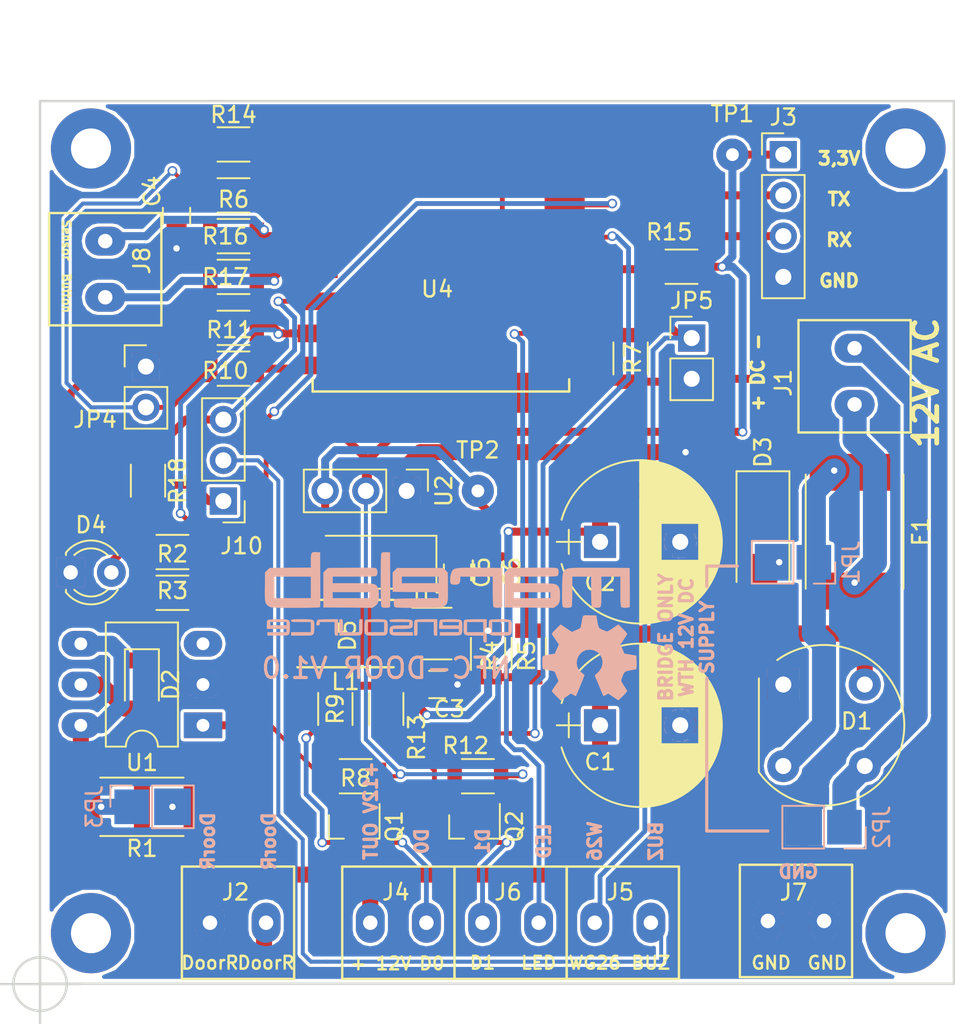
<source format=kicad_pcb>
(kicad_pcb (version 20171130) (host pcbnew "(5.0.2)-1")
  (layers (0 F.Cu signal) (31 B.Cu signal) (34 B.Paste user) (35 F.Paste user) (36 B.SilkS user) (37 F.SilkS user) (38 B.Mask user) (39 F.Mask user) (44 Edge.Cuts user))
  (net 0 "")
  (net 1 GND)
  (net 2 +3V3)
  (net 3 +12V)
  (net 4 +5V)
  (net 5 TX)
  (net 6 "Net-(R3-Pad2)")
  (net 7 RX)
  (net 8 RELAIS-DOOR)
  (net 9 D1-5V)
  (net 10 "Net-(D2-Pad2)")
  (net 11 "Net-(D1-Pad3)")
  (net 12 "Net-(F1-Pad2)")
  (net 13 D0-5V)
  (net 14 "Net-(C5-Pad2)")
  (net 15 "Net-(R4-Pad2)")
  (net 16 "Net-(U3-Pad3)")
  (net 17 "Net-(C2-Pad1)")
  (net 18 "Net-(C5-Pad1)")
  (net 19 "Net-(JP3-Pad1)")
  (net 20 "Net-(D4-Pad2)")
  (net 21 D0)
  (net 22 D1)
  (net 23 "Net-(D1-Pad2)")
  (net 24 "Net-(U1-Pad3)")
  (net 25 "Net-(U4-Pad2)")
  (net 26 "Net-(U4-Pad20)")
  (net 27 BTN)
  (net 28 DOOR)
  (net 29 LED)
  (net 30 WG26-34)
  (net 31 "Net-(J10-Pad2)")
  (net 32 "Net-(R6-Pad1)")
  (net 33 "Net-(C4-Pad1)")
  (net 34 GPIO2)
  (net 35 BUZZER)
  (net 36 "Net-(J10-Pad1)")
  (net 37 "Net-(U4-Pad17)")
  (net 38 "Net-(U4-Pad18)")
  (net 39 "Net-(U4-Pad19)")
  (net 40 "Net-(U4-Pad21)")
  (net 41 "Net-(U4-Pad22)")
  (module Mounting_Holes:MountingHole_2.5mm_Pad (layer F.Cu) (at 63.92 155.634)
    (fp_text reference "" (at 0 -3.5) (layer F.SilkS))
    (fp_text value MountingHole)
    (pad 1 thru_hole circle (at 0 0) (size 5 5) (drill 2.5) (layers *.Cu *.Mask))
  )
  (module Mounting_Holes:MountingHole_2.5mm_Pad (layer F.Cu) (at 63.92 106.739)
    (fp_text reference "" (at 0 -3.5) (layer F.SilkS))
    (fp_text value MountingHole)
    (pad 1 thru_hole circle (at 0 0) (size 5 5) (drill 2.5) (layers *.Cu *.Mask))
  )
  (module Mounting_Holes:MountingHole_2.5mm_Pad (layer F.Cu) (at 114.72 155.634)
    (fp_text reference "" (at 0 -3.5) (layer F.SilkS))
    (fp_text value MountingHole)
    (pad 1 thru_hole circle (at 0 0) (size 5 5) (drill 2.5) (layers *.Cu *.Mask))
  )
  (module Mounting_Holes:MountingHole_2.5mm_Pad (layer F.Cu) (at 114.72 106.739)
    (fp_text reference "" (at 0 -3.5) (layer F.SilkS))
    (fp_text value MountingHole)
    (pad 1 thru_hole circle (at 0 0) (size 5 5) (drill 2.5) (layers *.Cu *.Mask))
  )
  (module marelab:LOGO_MARELAB (layer B.Cu) (at 86.78 134.679 180)
    (fp_text reference G*** hide)
    (fp_text value LOGO hide)
  )
  (module marelab:LOGO_OPENSOURCE (layer B.Cu) (at 95.035 138.489 180)
    (fp_text reference G*** hide)
    (fp_text value LOGO hide)
  )
  (module Pin_Headers:Pin_Header_Straight_1x03_Pitch2.54mm (layer F.Cu) (at 72.175 128.71 180)
    (fp_text reference J10 (at -1.143 -2.794 180) (layer F.SilkS))
    (fp_text value SEL_BUZ)
    (pad 1 thru_hole rect (at 0 0 180) (size 1.7 1.7) (drill 1) (layers *.Cu *.Mask) (net 36 "Net-(J10-Pad1)"))
    (pad 2 thru_hole oval (at 0 2.54 180) (size 1.7 1.7) (drill 1) (layers *.Cu *.Mask) (net 31 "Net-(J10-Pad2)"))
    (pad 3 thru_hole oval (at 0 5.08 180) (size 1.7 1.7) (drill 1) (layers *.Cu *.Mask) (net 35 BUZZER))
  )
  (module Pin_Headers:Pin_Header_Straight_1x04_Pitch2.54mm (layer F.Cu) (at 107.1 107.12)
    (fp_text reference J3 (at 0 -2.33) (layer F.SilkS))
    (fp_text value TX/RX)
    (pad 1 thru_hole rect (at 0 0) (size 1.7 1.7) (drill 1) (layers *.Cu *.Mask) (net 2 +3V3))
    (pad 2 thru_hole oval (at 0 2.54) (size 1.7 1.7) (drill 1) (layers *.Cu *.Mask) (net 5 TX))
    (pad 3 thru_hole oval (at 0 5.08) (size 1.7 1.7) (drill 1) (layers *.Cu *.Mask) (net 7 RX))
    (pad 4 thru_hole oval (at 0 7.62) (size 1.7 1.7) (drill 1) (layers *.Cu *.Mask) (net 1 GND))
  )
  (module Resistors_SMD:R_1206 (layer F.Cu) (at 100.75 114.105 180)
    (fp_text reference R15 (at 0.762 2.159 180) (layer F.SilkS))
    (fp_text value 10K)
    (pad 1 smd rect (at -1.45 0 180) (size 0.9 1.7) (layers F.Cu F.Paste F.Mask) (net 2 +3V3))
    (pad 2 smd rect (at 1.45 0 180) (size 0.9 1.7) (layers F.Cu F.Paste F.Mask) (net 30 WG26-34))
  )
  (module Resistors_SMD:R_1206 (layer F.Cu) (at 72.81 112.2 180)
    (fp_text reference R16 (at 0.508 0 180) (layer F.SilkS))
    (fp_text value 10K)
    (pad 1 smd rect (at -1.45 0 180) (size 0.9 1.7) (layers F.Cu F.Paste F.Mask) (net 28 DOOR))
    (pad 2 smd rect (at 1.45 0 180) (size 0.9 1.7) (layers F.Cu F.Paste F.Mask) (net 1 GND))
  )
  (module Resistors_SMD:R_1206 (layer F.Cu) (at 72.81 114.74 180)
    (fp_text reference R17 (at 0.508 0 180) (layer F.SilkS))
    (fp_text value 10K)
    (pad 1 smd rect (at -1.45 0 180) (size 0.9 1.7) (layers F.Cu F.Paste F.Mask) (net 27 BTN))
    (pad 2 smd rect (at 1.45 0 180) (size 0.9 1.7) (layers F.Cu F.Paste F.Mask) (net 1 GND))
  )
  (module Resistors_SMD:R_1206 (layer F.Cu) (at 67.476 127.44 270)
    (fp_text reference R18 (at 0 -1.85 270) (layer F.SilkS))
    (fp_text value 10K)
    (pad 1 smd rect (at -1.45 0 270) (size 0.9 1.7) (layers F.Cu F.Paste F.Mask) (net 35 BUZZER))
    (pad 2 smd rect (at 1.45 0 270) (size 0.9 1.7) (layers F.Cu F.Paste F.Mask) (net 36 "Net-(J10-Pad1)"))
  )
  (module Resistors_SMD:R_1206 (layer F.Cu) (at 72.81 106.485)
    (fp_text reference R14 (at 0 -1.85) (layer F.SilkS))
    (fp_text value 10K)
    (pad 1 smd rect (at -1.45 0) (size 0.9 1.7) (layers F.Cu F.Paste F.Mask) (net 34 GPIO2))
    (pad 2 smd rect (at 1.45 0) (size 0.9 1.7) (layers F.Cu F.Paste F.Mask) (net 33 "Net-(C4-Pad1)"))
  )
  (module marelab:RM3.5-CON (layer F.Cu) (at 98.84 154.984 180)
    (fp_text reference J5 (at 1.905 1.905 180) (layer F.SilkS))
    (fp_text value " ")
    (pad 1 thru_hole oval (at 0 0 180) (size 1.8 2.5) (drill 0.9) (layers *.Cu *.Mask) (net 31 "Net-(J10-Pad2)"))
    (pad 2 thru_hole oval (at 3.5 0 180) (size 1.8 2.5) (drill 0.9) (layers *.Cu *.Mask) (net 30 WG26-34))
  )
  (module marelab:RM3.5-CON (layer F.Cu) (at 64.809 116.01 90)
    (fp_text reference J8 (at 2.286 2.286 90) (layer F.SilkS))
    (fp_text value " ")
    (pad 1 thru_hole oval (at 0 0 90) (size 1.8 2.5) (drill 0.9) (layers *.Cu *.Mask) (net 27 BTN))
    (pad 2 thru_hole oval (at 3.5 0 90) (size 1.8 2.5) (drill 0.9) (layers *.Cu *.Mask) (net 28 DOOR))
  )
  (module marelab:SolderBridge (layer B.Cu) (at 110.91 149.03 90)
    (fp_text reference JP2 (at 0 2.33 90) (layer B.SilkS) (effects (justify mirror)))
    (fp_text value DC-B)
    (pad 1 smd rect (at 0 0 90) (size 2.159 2.159) (layers B.Cu B.Paste B.Mask) (net 11 "Net-(D1-Pad3)"))
    (pad 2 smd rect (at 0 -2.54 90) (size 2.286 2.286) (layers B.Cu B.Paste B.Mask) (net 1 GND))
  )
  (module marelab:SolderBridge (layer B.Cu) (at 66.46 147.76 270)
    (fp_text reference JP3 (at 0 2.33 270) (layer B.SilkS) (effects (justify mirror)))
    (fp_text value CUR-LIM)
    (pad 1 smd rect (at 0 0 270) (size 2.159 2.159) (layers B.Cu B.Paste B.Mask) (net 19 "Net-(JP3-Pad1)"))
    (pad 2 smd rect (at 0 -2.54 270) (size 2.286 2.286) (layers B.Cu B.Paste B.Mask) (net 3 +12V))
  )
  (module marelab:SolderBridge (layer B.Cu) (at 109.005 132.52 90)
    (fp_text reference JP1 (at 0 2.33 90) (layer B.SilkS) (effects (justify mirror)))
    (fp_text value DC-B)
    (pad 1 smd rect (at 0 0 90) (size 2.159 2.159) (layers B.Cu B.Paste B.Mask) (net 23 "Net-(D1-Pad2)"))
    (pad 2 smd rect (at 0 -2.54 90) (size 2.286 2.286) (layers B.Cu B.Paste B.Mask) (net 3 +12V))
  )
  (module Pin_Headers:Pin_Header_Straight_1x03_Pitch2.54mm (layer F.Cu) (at 83.605 128.075 270)
    (fp_text reference U2 (at 0 -2.33 270) (layer F.SilkS))
    (fp_text value LM1117-3,3V)
    (pad 1 thru_hole rect (at 0 0 270) (size 1.7 1.7) (drill 1) (layers *.Cu *.Mask) (net 1 GND))
    (pad 2 thru_hole oval (at 0 2.54 270) (size 1.7 1.7) (drill 1) (layers *.Cu *.Mask) (net 2 +3V3))
    (pad 3 thru_hole oval (at 0 5.08 270) (size 1.7 1.7) (drill 1) (layers *.Cu *.Mask) (net 4 +5V))
  )
  (module Housings_DIP:DIP-6_W7.62mm_LongPads (layer F.Cu) (at 70.905 142.68 180)
    (fp_text reference U1 (at 3.81 -2.33 180) (layer F.SilkS))
    (fp_text value TLP3544)
    (pad 1 thru_hole rect (at 0 0 180) (size 2.4 1.6) (drill 0.8) (layers *.Cu *.Mask) (net 6 "Net-(R3-Pad2)"))
    (pad 4 thru_hole oval (at 7.62 5.08 180) (size 2.4 1.6) (drill 0.8) (layers *.Cu *.Mask) (net 19 "Net-(JP3-Pad1)"))
    (pad 2 thru_hole oval (at 0 2.54 180) (size 2.4 1.6) (drill 0.8) (layers *.Cu *.Mask) (net 1 GND))
    (pad 5 thru_hole oval (at 7.62 2.54 180) (size 2.4 1.6) (drill 0.8) (layers *.Cu *.Mask) (net 10 "Net-(D2-Pad2)"))
    (pad 3 thru_hole oval (at 0 5.08 180) (size 2.4 1.6) (drill 0.8) (layers *.Cu *.Mask) (net 24 "Net-(U1-Pad3)"))
    (pad 6 thru_hole oval (at 7.62 0 180) (size 2.4 1.6) (drill 0.8) (layers *.Cu *.Mask) (net 19 "Net-(JP3-Pad1)"))
  )
  (module Pin_Headers:Pin_Header_Straight_1x02_Pitch2.54mm (layer F.Cu) (at 101.385 118.55)
    (fp_text reference JP5 (at 0 -2.33) (layer F.SilkS))
    (fp_text value FLASH/UPLOAD)
    (pad 1 thru_hole rect (at 0 0) (size 1.7 1.7) (drill 1) (layers *.Cu *.Mask) (net 30 WG26-34))
    (pad 2 thru_hole oval (at 0 2.54) (size 1.7 1.7) (drill 1) (layers *.Cu *.Mask) (net 1 GND))
  )
  (module Pin_Headers:Pin_Header_Straight_1x02_Pitch2.54mm (layer F.Cu) (at 67.349 120.328)
    (fp_text reference JP4 (at -3.175 3.302) (layer F.SilkS))
    (fp_text value RESET)
    (pad 1 thru_hole rect (at 0 0) (size 1.7 1.7) (drill 1) (layers *.Cu *.Mask) (net 1 GND))
    (pad 2 thru_hole oval (at 0 2.54) (size 1.7 1.7) (drill 1) (layers *.Cu *.Mask) (net 33 "Net-(C4-Pad1)"))
  )
  (module Capacitors_SMD:C_0805 (layer F.Cu) (at 69.254 110.93 270)
    (fp_text reference C4 (at -1.524 1.524 270) (layer F.SilkS))
    (fp_text value 10uf)
    (pad 1 smd rect (at -1 0 270) (size 1 1.25) (layers F.Cu F.Paste F.Mask) (net 33 "Net-(C4-Pad1)"))
    (pad 2 smd rect (at 1 0 270) (size 1 1.25) (layers F.Cu F.Paste F.Mask) (net 1 GND))
  )
  (module Capacitors_SMD:C_0805 (layer F.Cu) (at 88.685 133.155 270)
    (fp_text reference C6 (at 0 -1.5 270) (layer F.SilkS))
    (fp_text value "22nf LOW RES")
    (pad 1 smd rect (at -1 0 270) (size 1 1.25) (layers F.Cu F.Paste F.Mask) (net 4 +5V))
    (pad 2 smd rect (at 1 0 270) (size 1 1.25) (layers F.Cu F.Paste F.Mask) (net 1 GND))
  )
  (module TO_SOT_Packages_SMD:SOT-23 (layer F.Cu) (at 80.34 148.984 270)
    (fp_text reference Q1 (at 0 -2.5 270) (layer F.SilkS))
    (fp_text value BSS138)
    (pad 1 smd rect (at -1 -0.95 270) (size 0.9 0.8) (layers F.Cu F.Paste F.Mask) (net 2 +3V3))
    (pad 2 smd rect (at -1 0.95 270) (size 0.9 0.8) (layers F.Cu F.Paste F.Mask) (net 22 D1))
    (pad 3 smd rect (at 1 0 270) (size 0.9 0.8) (layers F.Cu F.Paste F.Mask) (net 13 D0-5V))
  )
  (module TO_SOT_Packages_SMD:SOT-23 (layer F.Cu) (at 87.84 148.984 270)
    (fp_text reference Q2 (at 0 -2.5 270) (layer F.SilkS))
    (fp_text value BSS138)
    (pad 1 smd rect (at -1 -0.95 270) (size 0.9 0.8) (layers F.Cu F.Paste F.Mask) (net 2 +3V3))
    (pad 2 smd rect (at -1 0.95 270) (size 0.9 0.8) (layers F.Cu F.Paste F.Mask) (net 21 D0))
    (pad 3 smd rect (at 1 0 270) (size 0.9 0.8) (layers F.Cu F.Paste F.Mask) (net 9 D1-5V))
  )
  (module Wire_Pads:SolderWirePad_single_0-8mmDrill (layer F.Cu) (at 103.925 107.12)
    (fp_text reference TP1 (at 0 -2.54) (layer F.SilkS))
    (fp_text value "TestPoint 3,3V")
    (pad 1 thru_hole circle (at 0 0) (size 1.99898 1.99898) (drill 0.8001) (layers *.Cu *.Mask) (net 2 +3V3))
  )
  (module Wire_Pads:SolderWirePad_single_0-8mmDrill (layer F.Cu) (at 88.05 128.075)
    (fp_text reference TP2 (at 0 -2.54) (layer F.SilkS))
    (fp_text value "TestPoint 5V")
    (pad 1 thru_hole circle (at 0 0) (size 1.99898 1.99898) (drill 0.8001) (layers *.Cu *.Mask) (net 4 +5V))
  )
  (module Capacitors_ThroughHole:CP_Radial_D10.0mm_P5.00mm (layer F.Cu) (at 95.67 142.68)
    (fp_text reference C1 (at 0 2.286) (layer F.SilkS))
    (fp_text value 470uF/25V)
    (pad 1 thru_hole rect (at 0 0) (size 2 2) (drill 1) (layers *.Cu *.Mask) (net 3 +12V))
    (pad 2 thru_hole circle (at 5 0) (size 2 2) (drill 1) (layers *.Cu *.Mask) (net 1 GND))
  )
  (module Capacitors_ThroughHole:CP_Radial_D10.0mm_P5.00mm (layer F.Cu) (at 95.67 131.25)
    (fp_text reference C2 (at 0 2.54) (layer F.SilkS))
    (fp_text value 470uF/25V)
    (pad 1 thru_hole rect (at 0 0) (size 2 2) (drill 1) (layers *.Cu *.Mask) (net 17 "Net-(C2-Pad1)"))
    (pad 2 thru_hole circle (at 5 0) (size 2 2) (drill 1) (layers *.Cu *.Mask) (net 1 GND))
  )
  (module Capacitors_SMD:C_0805 (layer F.Cu) (at 85.51 140.14)
    (fp_text reference C3 (at 0.762 1.524) (layer F.SilkS))
    (fp_text value 10nF)
    (pad 1 smd rect (at -1 0) (size 1 1.25) (layers F.Cu F.Paste F.Mask) (net 17 "Net-(C2-Pad1)"))
    (pad 2 smd rect (at 1 0) (size 1 1.25) (layers F.Cu F.Paste F.Mask) (net 1 GND))
  )
  (module Capacitors_SMD:C_0805 (layer F.Cu) (at 86.78 133.155 270)
    (fp_text reference C5 (at 0 -1.5 270) (layer F.SilkS))
    (fp_text value 22nF)
    (pad 1 smd rect (at -1 0 270) (size 1 1.25) (layers F.Cu F.Paste F.Mask) (net 18 "Net-(C5-Pad1)"))
    (pad 2 smd rect (at 1 0 270) (size 1 1.25) (layers F.Cu F.Paste F.Mask) (net 14 "Net-(C5-Pad2)"))
  )
  (module Diodes_ThroughHole:Diode_Bridge_Round_D9.8mm (layer F.Cu) (at 107.1 140.14)
    (fp_text reference D1 (at 4.572 2.286) (layer F.SilkS))
    (fp_text value B125C2300-1500A)
    (pad 4 thru_hole oval (at 5.08 0) (size 2 2) (drill 1) (layers *.Cu *.Mask) (net 3 +12V))
    (pad 2 thru_hole oval (at 0 5.08) (size 2 2) (drill 1) (layers *.Cu *.Mask) (net 23 "Net-(D1-Pad2)"))
    (pad 3 thru_hole oval (at 5.08 5.08) (size 2 2) (drill 1) (layers *.Cu *.Mask) (net 11 "Net-(D1-Pad3)"))
    (pad 1 thru_hole rect (at 0 0) (size 2 2) (drill 1) (layers *.Cu *.Mask) (net 1 GND))
  )
  (module Diodes_SMD:D_1206 (layer F.Cu) (at 67.095 140.14 270)
    (fp_text reference D2 (at 0 -1.8 270) (layer F.SilkS))
    (fp_text value " 40V 2A ")
    (pad 1 smd rect (at -1.5 0 270) (size 1 1.6) (layers F.Cu F.Paste F.Mask) (net 1 GND))
    (pad 2 smd rect (at 1.5 0 270) (size 1 1.6) (layers F.Cu F.Paste F.Mask) (net 10 "Net-(D2-Pad2)"))
  )
  (module Diodes_SMD:D_SMA_Handsoldering (layer F.Cu) (at 105.83 131.25 270)
    (fp_text reference D3 (at -5.588 0 270) (layer F.SilkS))
    (fp_text value B240AE-13)
    (pad 1 smd rect (at -2.5 0 270) (size 3.5 1.8) (layers F.Cu F.Paste F.Mask) (net 17 "Net-(C2-Pad1)"))
    (pad 2 smd rect (at 2.5 0 270) (size 3.5 1.8) (layers F.Cu F.Paste F.Mask) (net 3 +12V))
  )
  (module LEDs:LED_D3.0mm (layer F.Cu) (at 62.65 133.155)
    (fp_text reference D4 (at 1.27 -2.96) (layer F.SilkS))
    (fp_text value LED)
    (pad 1 thru_hole rect (at 0 0) (size 1.8 1.8) (drill 0.9) (layers *.Cu *.Mask) (net 1 GND))
    (pad 2 thru_hole circle (at 2.54 0) (size 1.8 1.8) (drill 0.9) (layers *.Cu *.Mask) (net 20 "Net-(D4-Pad2)"))
  )
  (module Diodes_SMD:D_SMA_Handsoldering (layer F.Cu) (at 81.065 132.52 180)
    (fp_text reference D5 (at 1.143 -4.572 270) (layer F.SilkS))
    (fp_text value B240AE-13)
    (pad 1 smd rect (at -2.5 0 180) (size 3.5 1.8) (layers F.Cu F.Paste F.Mask) (net 18 "Net-(C5-Pad1)"))
    (pad 2 smd rect (at 2.5 0 180) (size 3.5 1.8) (layers F.Cu F.Paste F.Mask) (net 4 +5V))
  )
  (module Fuse_Holders_and_Fuses:Fuse_SMD2920 (layer F.Cu) (at 111.545 130.615 270)
    (fp_text reference F1 (at 0 -4.13 270) (layer F.SilkS))
    (fp_text value Polyfuse_Small)
    (pad 1 smd rect (at -3.7 0) (size 5.6 2.3) (layers F.Cu F.Paste F.Mask) (net 23 "Net-(D1-Pad2)"))
    (pad 2 smd rect (at 3.7 0) (size 5.6 2.3) (layers F.Cu F.Paste F.Mask) (net 12 "Net-(F1-Pad2)"))
  )
  (module marelab:RM3.5-CON (layer F.Cu) (at 111.545 119.185 270)
    (fp_text reference J1 (at 2.159 4.445 270) (layer F.SilkS))
    (fp_text value "12V AC")
    (pad 1 thru_hole oval (at 0 0 270) (size 1.8 2.5) (drill 0.9) (layers *.Cu *.Mask) (net 11 "Net-(D1-Pad3)"))
    (pad 2 thru_hole oval (at 3.5 0 270) (size 1.8 2.5) (drill 0.9) (layers *.Cu *.Mask) (net 12 "Net-(F1-Pad2)"))
  )
  (module marelab:RM3.5-CON (layer F.Cu) (at 74.84 154.984 180)
    (fp_text reference J2 (at 1.905 1.905 180) (layer F.SilkS))
    (fp_text value "DOOR 12V OUT")
    (pad 1 thru_hole oval (at 0 0 180) (size 1.8 2.5) (drill 0.9) (layers *.Cu *.Mask) (net 10 "Net-(D2-Pad2)"))
    (pad 2 thru_hole oval (at 3.5 0 180) (size 1.8 2.5) (drill 0.9) (layers *.Cu *.Mask) (net 1 GND))
  )
  (module marelab:RM3.5-CON (layer F.Cu) (at 84.84 154.984 180)
    (fp_text reference J4 (at 1.905 1.905 180) (layer F.SilkS))
    (fp_text value " ")
    (pad 1 thru_hole oval (at 0 0 180) (size 1.8 2.5) (drill 0.9) (layers *.Cu *.Mask) (net 13 D0-5V))
    (pad 2 thru_hole oval (at 3.5 0 180) (size 1.8 2.5) (drill 0.9) (layers *.Cu *.Mask) (net 3 +12V))
  )
  (module marelab:RM3.5-CON (layer F.Cu) (at 91.84 154.984 180)
    (fp_text reference J6 (at 1.905 1.905 180) (layer F.SilkS))
    (fp_text value " ")
    (pad 1 thru_hole oval (at 0 0 180) (size 1.8 2.5) (drill 0.9) (layers *.Cu *.Mask) (net 29 LED))
    (pad 2 thru_hole oval (at 3.5 0 180) (size 1.8 2.5) (drill 0.9) (layers *.Cu *.Mask) (net 9 D1-5V))
  )
  (module marelab:RM3.5-CON (layer F.Cu) (at 109.64 154.872 180)
    (fp_text reference J7 (at 1.905 1.778 180) (layer F.SilkS))
    (fp_text value " ")
    (pad 1 thru_hole oval (at 0 0 180) (size 1.8 2.5) (drill 0.9) (layers *.Cu *.Mask) (net 1 GND))
    (pad 2 thru_hole oval (at 3.5 0 180) (size 1.8 2.5) (drill 0.9) (layers *.Cu *.Mask) (net 1 GND))
  )
  (module Inductors:Inductor_Taiyo-Yuden_NR-40xx_HandSoldering (layer F.Cu) (at 79.795 136.965 180)
    (fp_text reference L1 (at 0 -3 180) (layer F.SilkS))
    (fp_text value 4,7uH)
    (pad 1 smd rect (at -1.9 0 180) (size 2.2 3.9) (layers F.Cu F.Paste F.Mask) (net 18 "Net-(C5-Pad1)"))
    (pad 2 smd rect (at 1.9 0 180) (size 2.2 3.9) (layers F.Cu F.Paste F.Mask) (net 4 +5V))
  )
  (module Resistors_SMD:R_2512_HandSoldering (layer F.Cu) (at 67.095 147.76 180)
    (fp_text reference R1 (at 0 -2.6 180) (layer F.SilkS))
    (fp_text value 4R)
    (pad 1 smd rect (at -3.95 0 180) (size 2.7 3.2) (layers F.Cu F.Paste F.Mask) (net 3 +12V))
    (pad 2 smd rect (at 3.95 0 180) (size 2.7 3.2) (layers F.Cu F.Paste F.Mask) (net 19 "Net-(JP3-Pad1)"))
  )
  (module Resistors_SMD:R_1206 (layer F.Cu) (at 69 131.885 180)
    (fp_text reference R2 (at 0 -0.127 180) (layer F.SilkS))
    (fp_text value 100K)
    (pad 1 smd rect (at -1.45 0 180) (size 0.9 1.7) (layers F.Cu F.Paste F.Mask) (net 8 RELAIS-DOOR))
    (pad 2 smd rect (at 1.45 0 180) (size 0.9 1.7) (layers F.Cu F.Paste F.Mask) (net 20 "Net-(D4-Pad2)"))
  )
  (module Resistors_SMD:R_1206 (layer F.Cu) (at 69 134.425)
    (fp_text reference R3 (at 0 -0.127) (layer F.SilkS))
    (fp_text value 220R)
    (pad 1 smd rect (at -1.45 0) (size 0.9 1.7) (layers F.Cu F.Paste F.Mask) (net 8 RELAIS-DOOR))
    (pad 2 smd rect (at 1.45 0) (size 0.9 1.7) (layers F.Cu F.Paste F.Mask) (net 6 "Net-(R3-Pad2)"))
  )
  (module Resistors_SMD:R_1206 (layer F.Cu) (at 88.685 138.235 270)
    (fp_text reference R4 (at 0.127 -0.127 270) (layer F.SilkS))
    (fp_text value 28,7K)
    (pad 1 smd rect (at -1.45 0 270) (size 0.9 1.7) (layers F.Cu F.Paste F.Mask) (net 1 GND))
    (pad 2 smd rect (at 1.45 0 270) (size 0.9 1.7) (layers F.Cu F.Paste F.Mask) (net 15 "Net-(R4-Pad2)"))
  )
  (module Resistors_SMD:R_1206 (layer F.Cu) (at 91.225 138.235 270)
    (fp_text reference R5 (at 0.127 0.127 270) (layer F.SilkS))
    (fp_text value 150K)
    (pad 1 smd rect (at -1.45 0 270) (size 0.9 1.7) (layers F.Cu F.Paste F.Mask) (net 4 +5V))
    (pad 2 smd rect (at 1.45 0 270) (size 0.9 1.7) (layers F.Cu F.Paste F.Mask) (net 15 "Net-(R4-Pad2)"))
  )
  (module Resistors_SMD:R_1206 (layer F.Cu) (at 72.81 109.66 180)
    (fp_text reference R6 (at 0 -0.254 180) (layer F.SilkS))
    (fp_text value 10K)
    (pad 1 smd rect (at -1.45 0 180) (size 0.9 1.7) (layers F.Cu F.Paste F.Mask) (net 32 "Net-(R6-Pad1)"))
    (pad 2 smd rect (at 1.45 0 180) (size 0.9 1.7) (layers F.Cu F.Paste F.Mask) (net 33 "Net-(C4-Pad1)"))
  )
  (module Resistors_SMD:R_1206 (layer F.Cu) (at 97.575 119.82 90)
    (fp_text reference R7 (at 0 0.127 90) (layer F.SilkS))
    (fp_text value 10K)
    (pad 1 smd rect (at -1.45 0 90) (size 0.9 1.7) (layers F.Cu F.Paste F.Mask) (net 1 GND))
    (pad 2 smd rect (at 1.45 0 90) (size 0.9 1.7) (layers F.Cu F.Paste F.Mask) (net 29 LED))
  )
  (module Resistors_SMD:R_1206 (layer F.Cu) (at 80.43 145.855 180)
    (fp_text reference R8 (at 0 -0.127 180) (layer F.SilkS))
    (fp_text value 10K)
    (pad 1 smd rect (at -1.45 0 180) (size 0.9 1.7) (layers F.Cu F.Paste F.Mask) (net 2 +3V3))
    (pad 2 smd rect (at 1.45 0 180) (size 0.9 1.7) (layers F.Cu F.Paste F.Mask) (net 22 D1))
  )
  (module Resistors_SMD:R_1206 (layer F.Cu) (at 79.16 141.664 270)
    (fp_text reference R9 (at 0 0 270) (layer F.SilkS))
    (fp_text value 10K)
    (pad 1 smd rect (at -1.45 0 270) (size 0.9 1.7) (layers F.Cu F.Paste F.Mask) (net 4 +5V))
    (pad 2 smd rect (at 1.45 0 270) (size 0.9 1.7) (layers F.Cu F.Paste F.Mask) (net 13 D0-5V))
  )
  (module Resistors_SMD:R_1206 (layer F.Cu) (at 72.81 120.455)
    (fp_text reference R10 (at -0.508 0.127) (layer F.SilkS))
    (fp_text value 10K)
    (pad 1 smd rect (at -1.45 0) (size 0.9 1.7) (layers F.Cu F.Paste F.Mask) (net 33 "Net-(C4-Pad1)"))
    (pad 2 smd rect (at 1.45 0) (size 0.9 1.7) (layers F.Cu F.Paste F.Mask) (net 2 +3V3))
  )
  (module Resistors_SMD:R_1206 (layer F.Cu) (at 72.81 117.915)
    (fp_text reference R11 (at -0.254 0.127) (layer F.SilkS))
    (fp_text value 10K)
    (pad 1 smd rect (at -1.45 0) (size 0.9 1.7) (layers F.Cu F.Paste F.Mask) (net 1 GND))
    (pad 2 smd rect (at 1.45 0) (size 0.9 1.7) (layers F.Cu F.Paste F.Mask) (net 8 RELAIS-DOOR))
  )
  (module Resistors_SMD:R_1206 (layer F.Cu) (at 88.05 145.855 180)
    (fp_text reference R12 (at 0.762 1.905 180) (layer F.SilkS))
    (fp_text value 10K)
    (pad 1 smd rect (at -1.45 0 180) (size 0.9 1.7) (layers F.Cu F.Paste F.Mask) (net 2 +3V3))
    (pad 2 smd rect (at 1.45 0 180) (size 0.9 1.7) (layers F.Cu F.Paste F.Mask) (net 21 D0))
  )
  (module Resistors_SMD:R_1206 (layer F.Cu) (at 82.335 141.664 270)
    (fp_text reference R13 (at 1.778 -1.905 270) (layer F.SilkS))
    (fp_text value 10K)
    (pad 1 smd rect (at -1.45 0 270) (size 0.9 1.7) (layers F.Cu F.Paste F.Mask) (net 4 +5V))
    (pad 2 smd rect (at 1.45 0 270) (size 0.9 1.7) (layers F.Cu F.Paste F.Mask) (net 9 D1-5V))
  )
  (module TO_SOT_Packages_SMD:SOT-23-6 (layer F.Cu) (at 85.51 136.965)
    (fp_text reference U3 (at -0.508 -2.413) (layer F.SilkS))
    (fp_text value ACT4088)
    (pad 1 smd rect (at -1.1 -0.95) (size 1.06 0.65) (layers F.Cu F.Paste F.Mask) (net 18 "Net-(C5-Pad1)"))
    (pad 2 smd rect (at -1.1 0) (size 1.06 0.65) (layers F.Cu F.Paste F.Mask) (net 17 "Net-(C2-Pad1)"))
    (pad 3 smd rect (at -1.1 0.95) (size 1.06 0.65) (layers F.Cu F.Paste F.Mask) (net 16 "Net-(U3-Pad3)"))
    (pad 4 smd rect (at 1.1 0.95) (size 1.06 0.65) (layers F.Cu F.Paste F.Mask) (net 15 "Net-(R4-Pad2)"))
    (pad 6 smd rect (at 1.1 -0.95) (size 1.06 0.65) (layers F.Cu F.Paste F.Mask) (net 14 "Net-(C5-Pad2)"))
    (pad 5 smd rect (at 1.1 0) (size 1.06 0.65) (layers F.Cu F.Paste F.Mask) (net 1 GND))
  )
  (module ESP:ESP-12E_SMD (layer F.Cu) (at 78.76 106.26)
    (fp_text reference U4 (at 6.75 9.242 180) (layer F.SilkS))
    (fp_text value ESP-12E hide)
    (pad 22 smd rect (at 11.99 15 90) (size 2.5 1.1) (drill (offset -0.7 0)) (layers F.Cu F.Paste F.Mask) (net 41 "Net-(U4-Pad22)"))
    (pad 21 smd rect (at 9.99 15 90) (size 2.5 1.1) (drill (offset -0.7 0)) (layers F.Cu F.Paste F.Mask) (net 40 "Net-(U4-Pad21)"))
    (pad 20 smd rect (at 7.99 15 90) (size 2.5 1.1) (drill (offset -0.7 0)) (layers F.Cu F.Paste F.Mask) (net 26 "Net-(U4-Pad20)"))
    (pad 19 smd rect (at 5.99 15 90) (size 2.5 1.1) (drill (offset -0.7 0)) (layers F.Cu F.Paste F.Mask) (net 39 "Net-(U4-Pad19)"))
    (pad 18 smd rect (at 3.99 15 90) (size 2.5 1.1) (drill (offset -0.7 0)) (layers F.Cu F.Paste F.Mask) (net 38 "Net-(U4-Pad18)"))
    (pad 17 smd rect (at 1.99 15 90) (size 2.5 1.1) (drill (offset -0.7 0)) (layers F.Cu F.Paste F.Mask) (net 37 "Net-(U4-Pad17)"))
    (pad 16 smd rect (at 14 0) (size 2.5 1.1) (drill (offset 0.7 0)) (layers F.Cu F.Paste F.Mask) (net 5 TX))
    (pad 15 smd rect (at 14 2) (size 2.5 1.1) (drill (offset 0.7 0)) (layers F.Cu F.Paste F.Mask) (net 7 RX))
    (pad 14 smd rect (at 14 4) (size 2.5 1.1) (drill (offset 0.7 0)) (layers F.Cu F.Paste F.Mask) (net 22 D1))
    (pad 13 smd rect (at 14 6) (size 2.5 1.1) (drill (offset 0.7 0)) (layers F.Cu F.Paste F.Mask) (net 21 D0))
    (pad 12 smd rect (at 14 8) (size 2.5 1.1) (drill (offset 0.7 0)) (layers F.Cu F.Paste F.Mask) (net 30 WG26-34))
    (pad 11 smd rect (at 14 10) (size 2.5 1.1) (drill (offset 0.7 0)) (layers F.Cu F.Paste F.Mask) (net 34 GPIO2))
    (pad 10 smd rect (at 14 12) (size 2.5 1.1) (drill (offset 0.7 0)) (layers F.Cu F.Paste F.Mask) (net 29 LED))
    (pad 9 smd rect (at 14 14) (size 2.5 1.1) (drill (offset 0.7 0)) (layers F.Cu F.Paste F.Mask) (net 1 GND))
    (pad 8 smd rect (at 0 14) (size 2.5 1.1) (drill (offset -0.7 0)) (layers F.Cu F.Paste F.Mask) (net 2 +3V3))
    (pad 7 smd rect (at 0 12) (size 2.5 1.1) (drill (offset -0.7 0)) (layers F.Cu F.Paste F.Mask) (net 8 RELAIS-DOOR))
    (pad 6 smd rect (at 0 10) (size 2.5 1.1) (drill (offset -0.7 0)) (layers F.Cu F.Paste F.Mask) (net 35 BUZZER))
    (pad 5 smd rect (at 0 8) (size 2.5 1.1) (drill (offset -0.7 0)) (layers F.Cu F.Paste F.Mask) (net 27 BTN))
    (pad 4 smd rect (at 0 6) (size 2.5 1.1) (drill (offset -0.7 0)) (layers F.Cu F.Paste F.Mask) (net 28 DOOR))
    (pad 3 smd rect (at 0 4) (size 2.5 1.1) (drill (offset -0.7 0)) (layers F.Cu F.Paste F.Mask) (net 32 "Net-(R6-Pad1)"))
    (pad 2 smd rect (at 0 2) (size 2.5 1.1) (drill (offset -0.7 0)) (layers F.Cu F.Paste F.Mask) (net 25 "Net-(U4-Pad2)"))
    (pad 1 smd rect (at 0 0) (size 2.5 1.1) (drill (offset -0.7 0)) (layers F.Cu F.Paste F.Mask) (net 33 "Net-(C4-Pad1)"))
  )
  (gr_line (start 60.74 103.784) (end 117.74 103.784) (angle 90) (layer Edge.Cuts) (width 0.15))
  (gr_line (start 60.74 158.784) (end 60.74 103.784) (angle 90) (layer Edge.Cuts) (width 0.15))
  (gr_line (start 117.74 158.784) (end 117.74 103.784) (angle 90) (layer Edge.Cuts) (width 0.15))
  (gr_line (start 60.74 158.784) (end 117.74 158.784) (angle 90) (layer Edge.Cuts) (width 0.15))
  (gr_text GND (at 108.04 151.809) (layer B.SilkS) (effects (font (size 0.8 0.8) (thickness 0.2)) (justify mirror)))
  (gr_text BUZ (at 99.15 149.904 90) (layer B.SilkS) (effects (font (size 0.8 0.8) (thickness 0.2)) (justify mirror)))
  (gr_text W26 (at 95.34 149.904 90) (layer B.SilkS) (effects (font (size 0.8 0.8) (thickness 0.2)) (justify mirror)))
  (gr_text LED (at 92.165 149.904 90) (layer B.SilkS) (effects (font (size 0.8 0.8) (thickness 0.2)) (justify mirror)))
  (gr_text D1 (at 88.355 149.904 90) (layer B.SilkS) (effects (font (size 0.8 0.8) (thickness 0.2)) (justify mirror)))
  (gr_text D0 (at 84.545 149.904 90) (layer B.SilkS) (effects (font (size 0.8 0.8) (thickness 0.2)) (justify mirror)))
  (gr_text "+12V OUT" (at 81.37 147.999 90) (layer B.SilkS) (effects (font (size 0.8 0.8) (thickness 0.2)) (justify mirror)))
  (gr_text DoorR (at 75.02 149.904 90) (layer B.SilkS) (effects (font (size 0.8 0.8) (thickness 0.2)) (justify mirror)))
  (gr_text DoorR (at 71.21 149.904 90) (layer B.SilkS) (effects (font (size 0.8 0.8) (thickness 0.2)) (justify mirror)))
  (gr_line (start 102.325 149.269) (end 106.135 149.269) (angle 90) (layer B.SilkS) (width 0.2))
  (gr_line (start 102.325 139.744) (end 102.325 149.269) (angle 90) (layer B.SilkS) (width 0.2))
  (gr_line (start 102.325 132.759) (end 102.325 134.029) (angle 90) (layer B.SilkS) (width 0.2))
  (gr_line (start 104.23 132.759) (end 102.325 132.759) (angle 90) (layer B.SilkS) (width 0.2))
  (gr_text "BRIDGE ONLY\nWTH 12V DC\nSUPPLY" (at 101.055 137.204 90) (layer B.SilkS) (effects (font (size 0.8 0.8) (thickness 0.2))))
  (gr_text "+ DC -" (at 105.5 120.694 90) (layer F.SilkS) (effects (font (size 0.8 0.8) (thickness 0.2))))
  (gr_text GND (at 110.58 114.979) (layer F.SilkS) (effects (font (size 0.8 0.8) (thickness 0.2))))
  (gr_text RX (at 110.58 112.439) (layer F.SilkS) (effects (font (size 0.8 0.8) (thickness 0.2))))
  (gr_text "TX\n" (at 110.58 109.899) (layer F.SilkS) (effects (font (size 0.8 0.8) (thickness 0.2))))
  (gr_text 3,3V (at 110.58 107.359) (layer F.SilkS) (effects (font (size 0.8 0.8) (thickness 0.2))))
  (gr_text "NFC-DOOR V1.0" (at 82.335 139.124) (layer B.SilkS) (effects (font (size 1.27 1.27) (thickness 0.2)) (justify mirror)))
  (gr_text GND (at 109.84 157.484) (layer F.SilkS) (effects (font (size 0.8 0.8))))
  (gr_text DoorR (at 74.84 157.484) (layer F.SilkS) (effects (font (size 0.8 0.8))))
  (target plus (at 60.745 158.809) (size 5) (width 0.15) (layer Edge.Cuts))
  (gr_text DoorR (at 71.34 157.484) (layer F.SilkS) (effects (font (size 0.8 0.8))))
  (gr_text "12V AC" (at 115.99 121.344 90) (layer F.SilkS) (effects (font (size 1.5 1.5) (thickness 0.3))))
  (gr_text GND (at 106.34 157.484) (layer F.SilkS) (effects (font (size 0.8 0.8))))
  (gr_text Button (at 62.396 115.756 270) (layer F.SilkS) (effects (font (size 0.5 0.5) (thickness 0.125))))
  (gr_text Sensor (at 62.396 112.454 270) (layer F.SilkS) (effects (font (size 0.5 0.5) (thickness 0.125))))
  (gr_text BUZ (at 98.84 157.484) (layer F.SilkS) (effects (font (size 0.8 0.8))))
  (gr_text WG26 (at 95.34 157.484) (layer F.SilkS) (effects (font (size 0.8 0.8))))
  (gr_text LED (at 91.84 157.484) (layer F.SilkS) (effects (font (size 0.8 0.8))))
  (gr_text "D1\n" (at 88.34 157.484) (layer F.SilkS) (effects (font (size 0.8 0.8))))
  (gr_text D0 (at 85.18 157.524) (layer F.SilkS) (effects (font (size 0.8 0.8))))
  (gr_text "+ 12V" (at 82.005 157.524) (layer F.SilkS) (effects (font (size 0.8 0.8))))
  (segment (start 67.095 138.64) (end 67.5 138.64) (width 1) (layer F.Cu) (net 1))
  (segment (start 69 140.14) (end 70.905 140.14) (width 1) (layer F.Cu) (net 1))
  (segment (start 67.5 138.64) (end 69 140.14) (width 1) (layer F.Cu) (net 1))
  (segment (start 62.65 133.155) (end 62.65 134.425) (width 0.5) (layer F.Cu) (net 1))
  (segment (start 67.095 136.965) (end 67.095 138.64) (width 0.5) (layer F.Cu) (net 1))
  (segment (start 65.825 135.695) (end 67.095 136.965) (width 0.5) (layer F.Cu) (net 1))
  (segment (start 63.92 135.695) (end 65.825 135.695) (width 0.5) (layer F.Cu) (net 1))
  (segment (start 62.65 134.425) (end 63.92 135.695) (width 0.5) (layer F.Cu) (net 1))
  (segment (start 71.36 117.915) (end 71.36 114.74) (width 0.5) (layer F.Cu) (net 1))
  (segment (start 71.36 114.74) (end 71.36 112.2) (width 0.5) (layer F.Cu) (net 1))
  (segment (start 92.76 120.26) (end 95.475 120.26) (width 0.5) (layer F.Cu) (net 1))
  (segment (start 96.485 121.27) (end 97.575 121.27) (width 0.5) (layer F.Cu) (net 1))
  (segment (start 95.475 120.26) (end 96.485 121.27) (width 0.5) (layer F.Cu) (net 1))
  (segment (start 97.575 121.27) (end 101.205 121.27) (width 0.5) (layer F.Cu) (net 1))
  (segment (start 101.205 121.27) (end 101.385 121.09) (width 0.5) (layer F.Cu) (net 1))
  (segment (start 101.385 121.09) (end 105.83 121.09) (width 0.5) (layer F.Cu) (net 1))
  (segment (start 107.1 119.82) (end 107.1 114.74) (width 0.5) (layer F.Cu) (net 1))
  (segment (start 105.83 121.09) (end 107.1 119.82) (width 0.5) (layer F.Cu) (net 1))
  (segment (start 107.1 140.14) (end 105.83 140.14) (width 1) (layer F.Cu) (net 1))
  (segment (start 103.925 147.125) (end 105.83 149.03) (width 1) (layer F.Cu) (net 1))
  (segment (start 103.925 142.045) (end 103.925 147.125) (width 1) (layer F.Cu) (net 1))
  (segment (start 105.83 140.14) (end 103.925 142.045) (width 1) (layer F.Cu) (net 1))
  (segment (start 100.67 142.68) (end 103.925 142.68) (width 1) (layer F.Cu) (net 1))
  (segment (start 106.465 140.14) (end 107.1 140.14) (width 1) (layer F.Cu) (net 1))
  (segment (start 103.925 142.68) (end 106.465 140.14) (width 1) (layer F.Cu) (net 1))
  (segment (start 88.505 136.965) (end 88.685 136.785) (width 0.5) (layer F.Cu) (net 1))
  (segment (start 88.685 136.785) (end 88.685 134.155) (width 0.5) (layer F.Cu) (net 1))
  (segment (start 86.61 136.965) (end 88.505 136.965) (width 0.5) (layer F.Cu) (net 1))
  (segment (start 88.505 136.965) (end 88.685 136.785) (width 0.5) (layer F.Cu) (net 1))
  (via (at 88.685 136.785) (size 0.6) (drill 0.4) (layers F.Cu B.Cu) (net 1))
  (segment (start 88.685 136.785) (end 87.415 138.055) (width 0.5) (layer B.Cu) (net 1))
  (segment (start 87.415 138.055) (end 87.415 139.505) (width 0.5) (layer B.Cu) (net 1))
  (segment (start 87.415 139.505) (end 86.78 140.14) (width 0.5) (layer B.Cu) (net 1))
  (via (at 86.78 140.14) (size 0.6) (drill 0.4) (layers F.Cu B.Cu) (net 1))
  (segment (start 86.78 140.14) (end 86.51 140.14) (width 0.5) (layer F.Cu) (net 1))
  (segment (start 83.605 128.075) (end 83.605 128.71) (width 0.5) (layer B.Cu) (net 1))
  (segment (start 88.685 133.79) (end 88.685 136.785) (width 0.5) (layer B.Cu) (net 1))
  (segment (start 83.605 128.71) (end 88.685 133.79) (width 0.5) (layer B.Cu) (net 1))
  (segment (start 107.1 140.14) (end 107.1 137.68) (width 1) (layer B.Cu) (net 1))
  (segment (start 107.1 137.68) (end 100.67 131.25) (width 1) (layer B.Cu) (net 1))
  (segment (start 83.605 128.075) (end 83.605 126.551) (width 1) (layer F.Cu) (net 1))
  (segment (start 84.494 125.662) (end 98.972 125.662) (width 1) (layer F.Cu) (net 1))
  (segment (start 98.972 125.662) (end 101.004 125.662) (width 1) (layer F.Cu) (net 1))
  (segment (start 83.605 126.551) (end 84.494 125.662) (width 1) (layer F.Cu) (net 1))
  (segment (start 101.385 121.09) (end 101.385 125.281) (width 1) (layer B.Cu) (net 1))
  (segment (start 100.67 125.996) (end 100.67 131.25) (width 1) (layer B.Cu) (net 1))
  (segment (start 101.385 125.281) (end 100.67 125.996) (width 1) (layer B.Cu) (net 1))
  (segment (start 98.972 125.662) (end 101.004 125.662) (width 1) (layer F.Cu) (net 1))
  (via (at 101.004 125.662) (size 0.6) (drill 0.4) (layers F.Cu B.Cu) (net 1))
  (segment (start 101.004 125.662) (end 100.67 125.996) (width 1) (layer B.Cu) (net 1))
  (segment (start 71.36 112.2) (end 69.524 112.2) (width 0.5) (layer F.Cu) (net 1))
  (segment (start 69.524 112.2) (end 69.254 111.93) (width 0.5) (layer F.Cu) (net 1))
  (segment (start 69.254 111.93) (end 69.254 112.962) (width 0.5) (layer F.Cu) (net 1))
  (segment (start 103.036 121.09) (end 101.385 121.09) (width 0.5) (layer B.Cu) (net 1))
  (segment (start 103.29 120.836) (end 103.036 121.09) (width 0.5) (layer B.Cu) (net 1))
  (segment (start 103.29 116.264) (end 103.29 120.836) (width 0.5) (layer B.Cu) (net 1))
  (segment (start 101.004 113.978) (end 103.29 116.264) (width 0.5) (layer B.Cu) (net 1))
  (segment (start 101.004 111.438) (end 101.004 113.978) (width 0.5) (layer B.Cu) (net 1))
  (segment (start 97.956 108.39) (end 101.004 111.438) (width 0.5) (layer B.Cu) (net 1))
  (segment (start 83.224 108.39) (end 97.956 108.39) (width 0.5) (layer B.Cu) (net 1))
  (segment (start 78.398 113.216) (end 83.224 108.39) (width 0.5) (layer B.Cu) (net 1))
  (segment (start 69.508 113.216) (end 78.398 113.216) (width 0.5) (layer B.Cu) (net 1))
  (segment (start 69.254 112.962) (end 69.508 113.216) (width 0.5) (layer B.Cu) (net 1))
  (via (at 69.254 112.962) (size 0.6) (drill 0.4) (layers F.Cu B.Cu) (net 1))
  (segment (start 105.83 149.03) (end 106.211 149.03) (width 1) (layer F.Cu) (net 1))
  (segment (start 106.465 149.284) (end 106.465 154.999) (width 1) (layer F.Cu) (net 1))
  (segment (start 106.211 149.03) (end 106.465 149.284) (width 1) (layer F.Cu) (net 1))
  (segment (start 110.275 154.999) (end 106.465 154.999) (width 1) (layer F.Cu) (net 1))
  (segment (start 71.36 117.915) (end 69.762 117.915) (width 0.5) (layer F.Cu) (net 1))
  (segment (start 69.762 117.915) (end 67.603 120.074) (width 0.5) (layer F.Cu) (net 1))
  (segment (start 67.603 120.074) (end 64.555 120.074) (width 0.5) (layer F.Cu) (net 1))
  (segment (start 62.65 121.979) (end 62.65 133.155) (width 0.5) (layer F.Cu) (net 1))
  (segment (start 64.555 120.074) (end 62.65 121.979) (width 0.5) (layer F.Cu) (net 1))
  (segment (start 70.905 140.14) (end 73.191 140.14) (width 1) (layer B.Cu) (net 1))
  (segment (start 70.905 151.824) (end 70.905 154.999) (width 1) (layer B.Cu) (net 1))
  (segment (start 74.08 148.649) (end 70.905 151.824) (width 1) (layer B.Cu) (net 1))
  (segment (start 74.08 141.029) (end 74.08 148.649) (width 1) (layer B.Cu) (net 1))
  (segment (start 73.191 140.14) (end 74.08 141.029) (width 1) (layer B.Cu) (net 1))
  (segment (start 74.26 120.455) (end 78.565 120.455) (width 0.5) (layer F.Cu) (net 2))
  (segment (start 78.565 120.455) (end 78.76 120.26) (width 0.5) (layer F.Cu) (net 2))
  (segment (start 107.1 107.12) (end 103.925 107.12) (width 0.5) (layer F.Cu) (net 2))
  (segment (start 103.925 107.12) (end 103.925 113.47) (width 0.5) (layer B.Cu) (net 2))
  (segment (start 103.29 114.105) (end 102.2 114.105) (width 0.5) (layer F.Cu) (net 2))
  (via (at 103.29 114.105) (size 0.6) (drill 0.4) (layers F.Cu B.Cu) (net 2))
  (segment (start 103.925 113.47) (end 103.29 114.105) (width 0.5) (layer B.Cu) (net 2))
  (segment (start 78.76 120.26) (end 78.76 123.738) (width 0.5) (layer F.Cu) (net 2))
  (segment (start 81.192 127.948) (end 81.065 128.075) (width 0.5) (layer F.Cu) (net 2))
  (segment (start 81.192 126.17) (end 81.192 127.948) (width 0.5) (layer F.Cu) (net 2))
  (segment (start 80.43 125.408) (end 81.192 126.17) (width 0.5) (layer F.Cu) (net 2))
  (segment (start 78.76 123.738) (end 80.43 125.408) (width 0.5) (layer F.Cu) (net 2))
  (segment (start 81.065 128.075) (end 81.065 126.297) (width 0.5) (layer F.Cu) (net 2))
  (segment (start 103.925 114.105) (end 103.29 114.105) (width 0.5) (layer B.Cu) (net 2))
  (segment (start 104.56 114.74) (end 103.925 114.105) (width 0.5) (layer B.Cu) (net 2))
  (segment (start 104.56 124.392) (end 104.56 114.74) (width 0.5) (layer B.Cu) (net 2))
  (via (at 104.56 124.392) (size 0.6) (drill 0.4) (layers F.Cu B.Cu) (net 2))
  (segment (start 82.97 124.392) (end 104.56 124.392) (width 0.5) (layer F.Cu) (net 2))
  (segment (start 81.065 126.297) (end 82.97 124.392) (width 0.5) (layer F.Cu) (net 2))
  (segment (start 81.88 145.855) (end 83.097 145.855) (width 0.25) (layer F.Cu) (net 2))
  (segment (start 83.097 145.855) (end 83.224 145.728) (width 0.25) (layer F.Cu) (net 2))
  (via (at 83.224 145.728) (size 0.6) (drill 0.4) (layers F.Cu B.Cu) (net 2))
  (segment (start 90.717 145.855) (end 89.5 145.855) (width 0.25) (layer F.Cu) (net 2))
  (segment (start 83.224 145.728) (end 90.844 145.728) (width 0.25) (layer B.Cu) (net 2))
  (via (at 90.844 145.728) (size 0.6) (drill 0.4) (layers F.Cu B.Cu) (net 2))
  (segment (start 90.844 145.728) (end 90.717 145.855) (width 0.25) (layer F.Cu) (net 2))
  (segment (start 81.065 128.075) (end 81.065 143.569) (width 0.25) (layer B.Cu) (net 2))
  (segment (start 81.065 143.569) (end 83.224 145.728) (width 0.25) (layer B.Cu) (net 2))
  (segment (start 81.88 145.855) (end 81.88 147.394) (width 0.3) (layer F.Cu) (net 2))
  (segment (start 81.88 147.394) (end 81.29 147.984) (width 0.3) (layer F.Cu) (net 2))
  (segment (start 88.79 147.984) (end 88.84 147.984) (width 0.3) (layer F.Cu) (net 2))
  (segment (start 89.5 147.324) (end 89.5 145.855) (width 0.3) (layer F.Cu) (net 2))
  (segment (start 88.84 147.984) (end 89.5 147.324) (width 0.3) (layer F.Cu) (net 2))
  (segment (start 112.18 140.14) (end 112.18 138.235) (width 1) (layer F.Cu) (net 3))
  (segment (start 95.67 139.505) (end 95.67 142.68) (width 1) (layer F.Cu) (net 3))
  (segment (start 110.91 136.965) (end 98.21 136.965) (width 1) (layer F.Cu) (net 3))
  (segment (start 98.21 136.965) (end 95.67 139.505) (width 1) (layer F.Cu) (net 3))
  (segment (start 112.18 138.235) (end 110.91 136.965) (width 1) (layer F.Cu) (net 3))
  (segment (start 105.83 135.568) (end 105.83 135.695) (width 1) (layer F.Cu) (net 3))
  (segment (start 107.1 136.965) (end 110.91 136.965) (width 1) (layer F.Cu) (net 3))
  (segment (start 105.83 135.695) (end 107.1 136.965) (width 1) (layer F.Cu) (net 3))
  (segment (start 110.91 136.965) (end 112.18 138.235) (width 1) (layer F.Cu) (net 3))
  (segment (start 71.045 147.76) (end 69 147.76) (width 1) (layer F.Cu) (net 3))
  (via (at 69 147.76) (size 0.6) (drill 0.4) (layers F.Cu B.Cu) (net 3))
  (segment (start 105.83 135.568) (end 105.83 133.75) (width 1) (layer F.Cu) (net 3))
  (segment (start 105.83 133.75) (end 106.846 132.734) (width 1) (layer F.Cu) (net 3))
  (segment (start 106.846 132.734) (end 106.846 132.52) (width 1) (layer F.Cu) (net 3))
  (via (at 106.846 132.52) (size 0.6) (drill 0.4) (layers F.Cu B.Cu) (net 3))
  (segment (start 106.846 132.52) (end 106.465 132.52) (width 1) (layer B.Cu) (net 3))
  (segment (start 95.67 142.68) (end 95.67 150.654) (width 1) (layer F.Cu) (net 3))
  (segment (start 75.269 151.984) (end 71.045 147.76) (width 1) (layer F.Cu) (net 3))
  (segment (start 94.34 151.984) (end 81.34 151.984) (width 1) (layer F.Cu) (net 3))
  (segment (start 81.34 151.984) (end 75.269 151.984) (width 1) (layer F.Cu) (net 3))
  (segment (start 95.67 150.654) (end 94.34 151.984) (width 1) (layer F.Cu) (net 3))
  (segment (start 81.34 154.984) (end 81.34 151.984) (width 1) (layer F.Cu) (net 3))
  (segment (start 78.525 128.075) (end 78.525 132.48) (width 0.5) (layer F.Cu) (net 4))
  (segment (start 78.525 132.48) (end 78.565 132.52) (width 0.5) (layer F.Cu) (net 4))
  (segment (start 78.565 132.52) (end 78.565 133.75) (width 0.5) (layer F.Cu) (net 4))
  (segment (start 78.565 133.75) (end 77.895 134.42) (width 0.5) (layer F.Cu) (net 4))
  (segment (start 77.895 134.42) (end 77.895 136.965) (width 0.5) (layer F.Cu) (net 4))
  (segment (start 88.685 132.155) (end 88.685 129.345) (width 0.5) (layer F.Cu) (net 4))
  (segment (start 88.05 128.71) (end 88.05 128.075) (width 0.5) (layer F.Cu) (net 4))
  (segment (start 88.685 129.345) (end 88.05 128.71) (width 0.5) (layer F.Cu) (net 4))
  (segment (start 91.225 136.785) (end 91.225 133.79) (width 0.5) (layer F.Cu) (net 4))
  (segment (start 89.59 132.155) (end 88.685 132.155) (width 0.5) (layer F.Cu) (net 4))
  (segment (start 91.225 133.79) (end 89.59 132.155) (width 0.5) (layer F.Cu) (net 4))
  (segment (start 78.525 128.075) (end 78.525 126.805) (width 0.5) (layer B.Cu) (net 4))
  (segment (start 85.51 125.535) (end 88.05 128.075) (width 0.5) (layer B.Cu) (net 4))
  (segment (start 79.16 125.535) (end 85.51 125.535) (width 0.5) (layer B.Cu) (net 4))
  (segment (start 78.525 126.17) (end 79.16 125.535) (width 0.5) (layer B.Cu) (net 4))
  (segment (start 78.525 126.805) (end 78.525 126.17) (width 0.5) (layer B.Cu) (net 4))
  (segment (start 82.335 140.214) (end 79.16 140.214) (width 0.5) (layer F.Cu) (net 4))
  (segment (start 79.16 140.214) (end 78.345 140.214) (width 0.5) (layer F.Cu) (net 4))
  (segment (start 77.895 139.764) (end 77.895 136.965) (width 0.5) (layer F.Cu) (net 4))
  (segment (start 78.345 140.214) (end 77.895 139.764) (width 0.5) (layer F.Cu) (net 4))
  (segment (start 92.76 106.26) (end 97.985 106.26) (width 0.5) (layer F.Cu) (net 5))
  (segment (start 101.385 109.66) (end 107.1 109.66) (width 0.5) (layer F.Cu) (net 5))
  (segment (start 97.985 106.26) (end 101.385 109.66) (width 0.5) (layer F.Cu) (net 5))
  (segment (start 70.45 134.425) (end 72.81 134.425) (width 0.5) (layer F.Cu) (net 6))
  (segment (start 73.445 142.68) (end 70.905 142.68) (width 0.5) (layer F.Cu) (net 6))
  (segment (start 74.08 142.045) (end 73.445 142.68) (width 0.5) (layer F.Cu) (net 6))
  (segment (start 74.08 135.695) (end 74.08 142.045) (width 0.5) (layer F.Cu) (net 6))
  (segment (start 72.81 134.425) (end 74.08 135.695) (width 0.5) (layer F.Cu) (net 6))
  (segment (start 92.76 108.26) (end 98.08 108.26) (width 0.5) (layer F.Cu) (net 7))
  (segment (start 102.02 112.2) (end 107.1 112.2) (width 0.5) (layer F.Cu) (net 7))
  (segment (start 98.08 108.26) (end 102.02 112.2) (width 0.5) (layer F.Cu) (net 7))
  (segment (start 67.55 134.425) (end 68.365 134.425) (width 0.5) (layer F.Cu) (net 8))
  (segment (start 69.635 131.885) (end 70.45 131.885) (width 0.5) (layer F.Cu) (net 8))
  (segment (start 69 132.52) (end 69.635 131.885) (width 0.5) (layer F.Cu) (net 8))
  (segment (start 69 133.79) (end 69 132.52) (width 0.5) (layer F.Cu) (net 8))
  (segment (start 68.365 134.425) (end 69 133.79) (width 0.5) (layer F.Cu) (net 8))
  (segment (start 74.26 117.915) (end 75.35 117.915) (width 0.5) (layer F.Cu) (net 8))
  (segment (start 75.35 117.915) (end 75.695 118.26) (width 0.5) (layer F.Cu) (net 8))
  (segment (start 75.695 118.26) (end 78.76 118.26) (width 0.5) (layer F.Cu) (net 8))
  (segment (start 70.45 131.885) (end 70.45 130.414) (width 0.3) (layer F.Cu) (net 8))
  (segment (start 75.64 118.26) (end 78.76 118.26) (width 0.3) (layer F.Cu) (net 8))
  (segment (start 75.604 118.296) (end 75.64 118.26) (width 0.3) (layer F.Cu) (net 8))
  (via (at 75.604 118.296) (size 0.6) (drill 0.4) (layers F.Cu B.Cu) (net 8))
  (segment (start 75.35 118.042) (end 75.604 118.296) (width 0.3) (layer B.Cu) (net 8))
  (segment (start 74.08 118.042) (end 75.35 118.042) (width 0.3) (layer B.Cu) (net 8))
  (segment (start 69.508 122.614) (end 74.08 118.042) (width 0.3) (layer B.Cu) (net 8))
  (segment (start 69.508 129.472) (end 69.508 122.614) (width 0.3) (layer B.Cu) (net 8))
  (via (at 69.508 129.472) (size 0.6) (drill 0.4) (layers F.Cu B.Cu) (net 8))
  (segment (start 70.45 130.414) (end 69.508 129.472) (width 0.3) (layer F.Cu) (net 8))
  (segment (start 82.335 143.114) (end 82.97 143.114) (width 0.3) (layer F.Cu) (net 9))
  (segment (start 86.34 149.984) (end 87.84 149.984) (width 0.3) (layer F.Cu) (net 9))
  (segment (start 85.34 148.984) (end 86.34 149.984) (width 0.3) (layer F.Cu) (net 9))
  (segment (start 85.34 145.484) (end 85.34 148.984) (width 0.3) (layer F.Cu) (net 9))
  (segment (start 82.97 143.114) (end 85.34 145.484) (width 0.3) (layer F.Cu) (net 9))
  (segment (start 87.84 149.984) (end 89.84 149.984) (width 0.3) (layer F.Cu) (net 9))
  (segment (start 88.34 151.484) (end 88.34 154.984) (width 0.3) (layer B.Cu) (net 9))
  (segment (start 89.84 149.984) (end 88.34 151.484) (width 0.3) (layer B.Cu) (net 9))
  (via (at 89.84 149.984) (size 0.6) (drill 0.4) (layers F.Cu B.Cu) (net 9))
  (segment (start 67.095 141.64) (end 66.055 141.64) (width 1) (layer F.Cu) (net 10))
  (segment (start 64.555 140.14) (end 63.285 140.14) (width 1) (layer F.Cu) (net 10))
  (segment (start 66.055 141.64) (end 64.555 140.14) (width 1) (layer F.Cu) (net 10))
  (segment (start 67.095 141.64) (end 67.095 151.824) (width 1) (layer F.Cu) (net 10))
  (segment (start 74.715 156.904) (end 74.715 154.999) (width 1) (layer F.Cu) (net 10))
  (segment (start 74.08 157.539) (end 74.715 156.904) (width 1) (layer F.Cu) (net 10))
  (segment (start 69 157.539) (end 74.08 157.539) (width 1) (layer F.Cu) (net 10))
  (segment (start 68.365 156.904) (end 69 157.539) (width 1) (layer F.Cu) (net 10))
  (segment (start 68.365 153.094) (end 68.365 156.904) (width 1) (layer F.Cu) (net 10))
  (segment (start 67.095 151.824) (end 68.365 153.094) (width 1) (layer F.Cu) (net 10))
  (segment (start 110.91 149.03) (end 110.91 146.49) (width 1) (layer B.Cu) (net 11))
  (segment (start 111.545 119.185) (end 112.18 119.185) (width 1.5) (layer B.Cu) (net 11))
  (segment (start 115.355 142.045) (end 112.18 145.22) (width 1.5) (layer B.Cu) (net 11))
  (segment (start 115.355 122.36) (end 115.355 142.045) (width 1.5) (layer B.Cu) (net 11))
  (segment (start 112.18 119.185) (end 115.355 122.36) (width 1.5) (layer B.Cu) (net 11))
  (segment (start 112.18 145.22) (end 110.91 146.49) (width 1.5) (layer B.Cu) (net 11))
  (segment (start 110.91 146.49) (end 110.91 149.03) (width 1.5) (layer B.Cu) (net 11))
  (segment (start 111.545 122.995) (end 111.545 124.9) (width 1.5) (layer B.Cu) (net 12))
  (segment (start 111.545 133.79) (end 111.545 134.315) (width 1.5) (layer F.Cu) (net 12))
  (via (at 111.545 133.79) (size 0.6) (drill 0.4) (layers F.Cu B.Cu) (net 12))
  (segment (start 112.815 132.52) (end 111.545 133.79) (width 1.5) (layer B.Cu) (net 12))
  (segment (start 112.815 126.17) (end 112.815 132.52) (width 1.5) (layer B.Cu) (net 12))
  (segment (start 111.545 124.9) (end 112.815 126.17) (width 1.5) (layer B.Cu) (net 12))
  (segment (start 79.16 143.114) (end 77.71 143.114) (width 0.3) (layer F.Cu) (net 13))
  (segment (start 78.34 149.984) (end 80.34 149.984) (width 0.3) (layer F.Cu) (net 13))
  (via (at 78.34 149.984) (size 0.6) (drill 0.4) (layers F.Cu B.Cu) (net 13))
  (segment (start 78.34 147.984) (end 78.34 149.984) (width 0.3) (layer B.Cu) (net 13))
  (segment (start 77.34 146.984) (end 78.34 147.984) (width 0.3) (layer B.Cu) (net 13))
  (segment (start 77.34 143.484) (end 77.34 146.984) (width 0.3) (layer B.Cu) (net 13))
  (via (at 77.34 143.484) (size 0.6) (drill 0.4) (layers F.Cu B.Cu) (net 13))
  (segment (start 77.71 143.114) (end 77.34 143.484) (width 0.3) (layer F.Cu) (net 13))
  (segment (start 80.34 149.984) (end 83.34 149.984) (width 0.3) (layer F.Cu) (net 13))
  (segment (start 84.84 151.484) (end 84.84 154.984) (width 0.3) (layer B.Cu) (net 13))
  (segment (start 83.34 149.984) (end 84.84 151.484) (width 0.3) (layer B.Cu) (net 13))
  (via (at 83.34 149.984) (size 0.6) (drill 0.4) (layers F.Cu B.Cu) (net 13))
  (segment (start 86.61 136.015) (end 86.61 134.325) (width 0.5) (layer F.Cu) (net 14))
  (segment (start 86.61 134.325) (end 86.78 134.155) (width 0.5) (layer F.Cu) (net 14))
  (segment (start 86.61 137.915) (end 86.915 137.915) (width 0.5) (layer F.Cu) (net 15))
  (segment (start 86.915 137.915) (end 88.685 139.685) (width 0.5) (layer F.Cu) (net 15))
  (segment (start 88.685 139.685) (end 91.225 139.685) (width 0.5) (layer F.Cu) (net 15))
  (segment (start 84.41 136.965) (end 85.51 136.965) (width 0.5) (layer F.Cu) (net 17))
  (segment (start 84.51 139.87) (end 84.51 140.14) (width 0.5) (layer F.Cu) (net 17))
  (segment (start 85.51 138.87) (end 84.51 139.87) (width 0.5) (layer F.Cu) (net 17))
  (segment (start 85.51 136.965) (end 85.51 138.87) (width 0.5) (layer F.Cu) (net 17))
  (segment (start 95.67 131.25) (end 95.67 129.345) (width 1) (layer F.Cu) (net 17))
  (segment (start 105.155 128.075) (end 105.83 128.75) (width 1) (layer F.Cu) (net 17))
  (segment (start 96.94 128.075) (end 105.155 128.075) (width 1) (layer F.Cu) (net 17))
  (segment (start 95.67 129.345) (end 96.94 128.075) (width 1) (layer F.Cu) (net 17))
  (segment (start 84.51 140.14) (end 84.51 141.68) (width 0.5) (layer F.Cu) (net 17))
  (segment (start 89.955 137.6) (end 89.955 130.615) (width 0.5) (layer B.Cu) (net 17))
  (segment (start 88.685 138.87) (end 89.955 137.6) (width 0.5) (layer B.Cu) (net 17))
  (segment (start 88.685 140.775) (end 88.685 138.87) (width 0.5) (layer B.Cu) (net 17))
  (segment (start 87.415 142.045) (end 88.685 140.775) (width 0.5) (layer B.Cu) (net 17))
  (segment (start 84.875 142.045) (end 87.415 142.045) (width 0.5) (layer B.Cu) (net 17))
  (via (at 84.875 142.045) (size 0.6) (drill 0.4) (layers F.Cu B.Cu) (net 17))
  (segment (start 84.51 141.68) (end 84.875 142.045) (width 0.5) (layer F.Cu) (net 17))
  (segment (start 95.67 130.615) (end 89.955 130.615) (width 0.5) (layer F.Cu) (net 17))
  (via (at 89.955 130.615) (size 0.6) (drill 0.4) (layers F.Cu B.Cu) (net 17))
  (segment (start 89.955 130.615) (end 89.955 137.6) (width 0.5) (layer B.Cu) (net 17))
  (segment (start 84.41 136.015) (end 82.645 136.015) (width 0.5) (layer F.Cu) (net 18))
  (segment (start 82.645 136.015) (end 81.695 136.965) (width 0.5) (layer F.Cu) (net 18))
  (segment (start 84.41 136.015) (end 84.41 133.365) (width 0.5) (layer F.Cu) (net 18))
  (segment (start 84.41 133.365) (end 83.565 132.52) (width 0.5) (layer F.Cu) (net 18))
  (segment (start 86.78 132.155) (end 85.62 132.155) (width 0.5) (layer F.Cu) (net 18))
  (segment (start 85.62 132.155) (end 84.41 133.365) (width 0.5) (layer F.Cu) (net 18))
  (segment (start 84.41 133.365) (end 83.565 132.52) (width 0.5) (layer F.Cu) (net 18))
  (segment (start 63.285 142.68) (end 63.285 147.62) (width 1) (layer F.Cu) (net 19))
  (segment (start 63.285 147.62) (end 63.145 147.76) (width 1) (layer F.Cu) (net 19))
  (segment (start 63.285 137.6) (end 65.19 137.6) (width 1) (layer B.Cu) (net 19))
  (segment (start 64.555 142.68) (end 63.285 142.68) (width 1) (layer B.Cu) (net 19))
  (segment (start 65.825 141.41) (end 64.555 142.68) (width 1) (layer B.Cu) (net 19))
  (segment (start 65.825 138.235) (end 65.825 141.41) (width 1) (layer B.Cu) (net 19))
  (segment (start 65.19 137.6) (end 65.825 138.235) (width 1) (layer B.Cu) (net 19))
  (segment (start 63.145 147.76) (end 64.555 147.76) (width 1) (layer F.Cu) (net 19))
  (segment (start 64.555 147.76) (end 66.46 147.76) (width 1) (layer B.Cu) (net 19))
  (via (at 64.555 147.76) (size 0.6) (drill 0.4) (layers F.Cu B.Cu) (net 19))
  (segment (start 65.19 133.155) (end 65.19 132.52) (width 0.5) (layer F.Cu) (net 20))
  (segment (start 65.825 131.885) (end 67.55 131.885) (width 0.5) (layer F.Cu) (net 20))
  (segment (start 65.19 132.52) (end 65.825 131.885) (width 0.5) (layer F.Cu) (net 20))
  (segment (start 91.606 140.14) (end 91.606 143.188) (width 0.3) (layer B.Cu) (net 21))
  (segment (start 89.828 143.188) (end 90.082 143.188) (width 0.3) (layer F.Cu) (net 21))
  (segment (start 90.082 143.188) (end 91.606 143.188) (width 0.3) (layer F.Cu) (net 21))
  (via (at 91.606 143.188) (size 0.6) (drill 0.4) (layers F.Cu B.Cu) (net 21))
  (segment (start 93.384 125.154) (end 97.448 121.09) (width 0.3) (layer B.Cu) (net 21))
  (segment (start 97.448 121.09) (end 97.448 113.978) (width 0.3) (layer B.Cu) (net 21))
  (segment (start 97.448 113.978) (end 97.448 112.962) (width 0.3) (layer B.Cu) (net 21))
  (segment (start 97.448 112.962) (end 96.686 112.2) (width 0.3) (layer B.Cu) (net 21))
  (segment (start 96.686 112.2) (end 96.432 112.2) (width 0.3) (layer B.Cu) (net 21))
  (via (at 96.432 112.2) (size 0.6) (drill 0.4) (layers F.Cu B.Cu) (net 21))
  (segment (start 96.432 112.2) (end 96.372 112.26) (width 0.3) (layer F.Cu) (net 21))
  (segment (start 96.372 112.26) (end 92.76 112.26) (width 0.3) (layer F.Cu) (net 21))
  (segment (start 93.384 125.154) (end 92.114 126.424) (width 0.3) (layer B.Cu) (net 21))
  (segment (start 92.114 126.424) (end 92.114 139.632) (width 0.3) (layer B.Cu) (net 21))
  (segment (start 92.114 139.632) (end 91.606 140.14) (width 0.3) (layer B.Cu) (net 21))
  (segment (start 86.6 145.855) (end 86.6 143.188) (width 0.25) (layer F.Cu) (net 21))
  (segment (start 86.6 143.188) (end 89.828 143.188) (width 0.25) (layer F.Cu) (net 21))
  (segment (start 86.6 145.855) (end 86.6 147.694) (width 0.3) (layer F.Cu) (net 21))
  (segment (start 86.6 147.694) (end 86.89 147.984) (width 0.3) (layer F.Cu) (net 21))
  (segment (start 96.432 110.168) (end 96.34 110.26) (width 0.3) (layer F.Cu) (net 22))
  (segment (start 78.98 145.855) (end 78.599 145.474) (width 0.25) (layer F.Cu) (net 22))
  (segment (start 77.89 145.474) (end 78.599 145.474) (width 0.25) (layer F.Cu) (net 22))
  (segment (start 75.35 142.934) (end 77.89 145.474) (width 0.25) (layer F.Cu) (net 22))
  (segment (start 96.34 110.26) (end 92.76 110.26) (width 0.3) (layer F.Cu) (net 22))
  (segment (start 75.35 142.934) (end 74.842 142.426) (width 0.3) (layer F.Cu) (net 22))
  (segment (start 74.842 142.426) (end 74.842 123.63) (width 0.3) (layer F.Cu) (net 22))
  (segment (start 74.842 123.63) (end 75.35 123.122) (width 0.3) (layer F.Cu) (net 22))
  (via (at 75.35 123.122) (size 0.6) (drill 0.4) (layers F.Cu B.Cu) (net 22))
  (segment (start 75.35 123.122) (end 77.636 120.836) (width 0.3) (layer B.Cu) (net 22))
  (segment (start 77.636 120.836) (end 77.636 116.772) (width 0.3) (layer B.Cu) (net 22))
  (segment (start 77.636 116.772) (end 84.24 110.168) (width 0.3) (layer B.Cu) (net 22))
  (segment (start 84.24 110.168) (end 96.432 110.168) (width 0.3) (layer B.Cu) (net 22))
  (via (at 96.432 110.168) (size 0.6) (drill 0.4) (layers F.Cu B.Cu) (net 22))
  (segment (start 78.98 145.855) (end 78.98 147.574) (width 0.3) (layer F.Cu) (net 22))
  (segment (start 78.98 147.574) (end 79.39 147.984) (width 0.3) (layer F.Cu) (net 22))
  (segment (start 109.005 132.52) (end 109.005 128.075) (width 1.5) (layer B.Cu) (net 23))
  (segment (start 110.385 126.915) (end 111.545 126.915) (width 1.5) (layer F.Cu) (net 23))
  (segment (start 110.275 126.805) (end 110.385 126.915) (width 1.5) (layer F.Cu) (net 23))
  (via (at 110.275 126.805) (size 0.6) (drill 0.4) (layers F.Cu B.Cu) (net 23))
  (segment (start 109.005 128.075) (end 110.275 126.805) (width 1.5) (layer B.Cu) (net 23))
  (segment (start 109.005 132.52) (end 109.005 136.965) (width 1.5) (layer B.Cu) (net 23))
  (segment (start 109.64 142.68) (end 107.1 145.22) (width 1.5) (layer B.Cu) (net 23))
  (segment (start 109.64 137.6) (end 109.64 142.68) (width 1.5) (layer B.Cu) (net 23))
  (segment (start 109.005 136.965) (end 109.64 137.6) (width 1.5) (layer B.Cu) (net 23))
  (segment (start 74.26 114.74) (end 75.35 114.74) (width 0.5) (layer F.Cu) (net 27))
  (segment (start 75.83 114.26) (end 78.76 114.26) (width 0.5) (layer F.Cu) (net 27))
  (segment (start 75.35 114.74) (end 75.83 114.26) (width 0.5) (layer F.Cu) (net 27))
  (segment (start 64.809 116.01) (end 68.619 116.01) (width 0.5) (layer B.Cu) (net 27))
  (via (at 75.35 114.994) (size 0.6) (drill 0.4) (layers F.Cu B.Cu) (net 27))
  (segment (start 69.635 114.994) (end 75.35 114.994) (width 0.5) (layer B.Cu) (net 27))
  (segment (start 68.619 116.01) (end 69.635 114.994) (width 0.5) (layer B.Cu) (net 27))
  (segment (start 75.35 114.994) (end 75.35 114.74) (width 0.5) (layer F.Cu) (net 27))
  (segment (start 75.35 114.74) (end 75.35 114.994) (width 0.5) (layer F.Cu) (net 27))
  (segment (start 74.26 112.2) (end 78.7 112.2) (width 0.5) (layer F.Cu) (net 28))
  (segment (start 78.7 112.2) (end 78.76 112.26) (width 0.5) (layer F.Cu) (net 28))
  (segment (start 64.809 112.2) (end 67.349 112.2) (width 0.5) (layer B.Cu) (net 28))
  (segment (start 74.715 112.2) (end 74.715 112.454) (width 0.5) (layer F.Cu) (net 28))
  (segment (start 74.715 111.819) (end 74.715 112.2) (width 0.5) (layer F.Cu) (net 28))
  (via (at 74.715 111.819) (size 0.6) (drill 0.4) (layers F.Cu B.Cu) (net 28))
  (segment (start 74.08 111.184) (end 74.715 111.819) (width 0.5) (layer B.Cu) (net 28))
  (segment (start 68.365 111.184) (end 74.08 111.184) (width 0.5) (layer B.Cu) (net 28))
  (segment (start 67.349 112.2) (end 68.365 111.184) (width 0.5) (layer B.Cu) (net 28))
  (segment (start 92.76 118.26) (end 97.465 118.26) (width 0.5) (layer F.Cu) (net 29))
  (segment (start 97.465 118.26) (end 97.575 118.37) (width 0.5) (layer F.Cu) (net 29))
  (segment (start 92.76 118.26) (end 90.372 118.26) (width 0.3) (layer F.Cu) (net 29))
  (segment (start 91.86 154.364) (end 91.225 154.999) (width 0.3) (layer B.Cu) (net 29))
  (segment (start 91.86 145.22) (end 91.86 154.364) (width 0.3) (layer B.Cu) (net 29))
  (segment (start 90.844 144.204) (end 91.86 145.22) (width 0.3) (layer B.Cu) (net 29))
  (segment (start 90.336 144.204) (end 90.844 144.204) (width 0.3) (layer B.Cu) (net 29))
  (segment (start 89.828 143.696) (end 90.336 144.204) (width 0.3) (layer B.Cu) (net 29))
  (segment (start 89.828 139.124) (end 89.828 143.696) (width 0.3) (layer B.Cu) (net 29))
  (segment (start 90.844 138.108) (end 89.828 139.124) (width 0.3) (layer B.Cu) (net 29))
  (segment (start 90.844 118.804) (end 90.844 138.108) (width 0.3) (layer B.Cu) (net 29))
  (segment (start 90.336 118.296) (end 90.844 118.804) (width 0.3) (layer B.Cu) (net 29))
  (via (at 90.336 118.296) (size 0.6) (drill 0.4) (layers F.Cu B.Cu) (net 29))
  (segment (start 90.372 118.26) (end 90.336 118.296) (width 0.3) (layer F.Cu) (net 29))
  (segment (start 92.76 114.26) (end 99.145 114.26) (width 0.5) (layer F.Cu) (net 30))
  (segment (start 99.145 114.26) (end 99.3 114.105) (width 0.5) (layer F.Cu) (net 30))
  (segment (start 101.385 118.55) (end 100.75 118.55) (width 0.5) (layer F.Cu) (net 30))
  (segment (start 99.3 117.1) (end 99.3 114.105) (width 0.5) (layer F.Cu) (net 30))
  (segment (start 100.75 118.55) (end 99.3 117.1) (width 0.5) (layer F.Cu) (net 30))
  (segment (start 101.385 118.55) (end 99.734 118.55) (width 0.3) (layer B.Cu) (net 30))
  (segment (start 95.67 152.078) (end 95.67 154.999) (width 0.3) (layer B.Cu) (net 30))
  (segment (start 98.464 149.284) (end 95.67 152.078) (width 0.3) (layer B.Cu) (net 30))
  (segment (start 98.464 127.44) (end 98.464 149.284) (width 0.3) (layer B.Cu) (net 30))
  (segment (start 98.972 126.932) (end 98.464 127.44) (width 0.3) (layer B.Cu) (net 30))
  (segment (start 98.972 119.312) (end 98.972 126.932) (width 0.3) (layer B.Cu) (net 30))
  (segment (start 99.734 118.55) (end 98.972 119.312) (width 0.3) (layer B.Cu) (net 30))
  (segment (start 99.48 154.999) (end 99.48 157.412) (width 0.25) (layer B.Cu) (net 31))
  (segment (start 74.334 126.17) (end 72.175 126.17) (width 0.25) (layer B.Cu) (net 31))
  (segment (start 75.604 127.44) (end 74.334 126.17) (width 0.25) (layer B.Cu) (net 31))
  (segment (start 75.604 148.268) (end 75.604 127.44) (width 0.25) (layer B.Cu) (net 31))
  (segment (start 77.128 149.792) (end 75.604 148.268) (width 0.25) (layer B.Cu) (net 31))
  (segment (start 77.128 156.904) (end 77.128 149.792) (width 0.25) (layer B.Cu) (net 31))
  (segment (start 77.636 157.412) (end 77.128 156.904) (width 0.25) (layer B.Cu) (net 31))
  (segment (start 78.652 157.412) (end 77.636 157.412) (width 0.25) (layer B.Cu) (net 31))
  (segment (start 99.48 157.412) (end 78.652 157.412) (width 0.25) (layer B.Cu) (net 31))
  (segment (start 74.26 109.66) (end 75.35 109.66) (width 0.5) (layer F.Cu) (net 32))
  (segment (start 78.725 110.295) (end 78.76 110.26) (width 0.5) (layer F.Cu) (net 32))
  (segment (start 75.985 110.295) (end 78.725 110.295) (width 0.5) (layer F.Cu) (net 32))
  (segment (start 75.35 109.66) (end 75.985 110.295) (width 0.5) (layer F.Cu) (net 32))
  (segment (start 74.26 106.485) (end 75.35 106.485) (width 0.5) (layer F.Cu) (net 33))
  (segment (start 75.35 106.485) (end 75.575 106.26) (width 0.5) (layer F.Cu) (net 33))
  (segment (start 75.575 106.26) (end 78.76 106.26) (width 0.5) (layer F.Cu) (net 33))
  (segment (start 71.36 109.66) (end 71.36 108.57) (width 0.5) (layer F.Cu) (net 33))
  (segment (start 71.36 108.57) (end 72.175 107.755) (width 0.5) (layer F.Cu) (net 33))
  (segment (start 72.175 107.755) (end 72.99 107.755) (width 0.5) (layer F.Cu) (net 33))
  (segment (start 72.99 107.755) (end 74.26 106.485) (width 0.5) (layer F.Cu) (net 33))
  (segment (start 71.36 109.66) (end 69.524 109.66) (width 0.3) (layer F.Cu) (net 33))
  (segment (start 69.524 109.66) (end 69.254 109.93) (width 0.3) (layer F.Cu) (net 33))
  (segment (start 67.349 122.868) (end 68.947 122.868) (width 0.3) (layer F.Cu) (net 33))
  (segment (start 68.947 122.868) (end 71.36 120.455) (width 0.3) (layer F.Cu) (net 33))
  (segment (start 67.349 122.868) (end 63.92 122.868) (width 0.25) (layer B.Cu) (net 33))
  (segment (start 70.524 109.66) (end 71.36 109.66) (width 0.25) (layer F.Cu) (net 33))
  (segment (start 69 108.136) (end 70.524 109.66) (width 0.25) (layer F.Cu) (net 33))
  (via (at 69 108.136) (size 0.6) (drill 0.4) (layers F.Cu B.Cu) (net 33))
  (segment (start 66.968 110.168) (end 69 108.136) (width 0.25) (layer B.Cu) (net 33))
  (segment (start 63.412 110.168) (end 66.968 110.168) (width 0.25) (layer B.Cu) (net 33))
  (segment (start 62.396 111.184) (end 63.412 110.168) (width 0.25) (layer B.Cu) (net 33))
  (segment (start 62.396 121.344) (end 62.396 111.184) (width 0.25) (layer B.Cu) (net 33))
  (segment (start 63.92 122.868) (end 62.396 121.344) (width 0.25) (layer B.Cu) (net 33))
  (segment (start 71.36 106.485) (end 71.36 105.522) (width 0.3) (layer F.Cu) (net 34))
  (segment (start 90.586 116.26) (end 92.76 116.26) (width 0.3) (layer F.Cu) (net 34))
  (segment (start 89.574 115.248) (end 90.586 116.26) (width 0.3) (layer F.Cu) (net 34))
  (segment (start 89.574 109.152) (end 89.574 115.248) (width 0.3) (layer F.Cu) (net 34))
  (segment (start 85.256 104.834) (end 89.574 109.152) (width 0.3) (layer F.Cu) (net 34))
  (segment (start 72.048 104.834) (end 85.256 104.834) (width 0.3) (layer F.Cu) (net 34))
  (segment (start 71.36 105.522) (end 72.048 104.834) (width 0.3) (layer F.Cu) (net 34))
  (segment (start 72.175 123.63) (end 72.302 123.63) (width 0.3) (layer B.Cu) (net 35))
  (segment (start 75.608 116.26) (end 78.76 116.26) (width 0.3) (layer F.Cu) (net 35))
  (segment (start 75.604 116.264) (end 75.608 116.26) (width 0.3) (layer F.Cu) (net 35))
  (via (at 75.604 116.264) (size 0.6) (drill 0.4) (layers F.Cu B.Cu) (net 35))
  (segment (start 76.62 117.28) (end 75.604 116.264) (width 0.3) (layer B.Cu) (net 35))
  (segment (start 76.62 119.312) (end 76.62 117.28) (width 0.3) (layer B.Cu) (net 35))
  (segment (start 72.302 123.63) (end 76.62 119.312) (width 0.3) (layer B.Cu) (net 35))
  (segment (start 72.175 123.63) (end 69.836 123.63) (width 0.5) (layer F.Cu) (net 35))
  (segment (start 69.836 123.63) (end 67.476 125.99) (width 0.5) (layer F.Cu) (net 35))
  (segment (start 67.476 128.89) (end 67.476 128.583) (width 0.5) (layer F.Cu) (net 36))
  (segment (start 71.286 128.71) (end 72.175 128.71) (width 0.5) (layer F.Cu) (net 36))
  (segment (start 70.27 127.694) (end 71.286 128.71) (width 0.5) (layer F.Cu) (net 36))
  (segment (start 68.365 127.694) (end 70.27 127.694) (width 0.5) (layer F.Cu) (net 36))
  (segment (start 67.476 128.583) (end 68.365 127.694) (width 0.5) (layer F.Cu) (net 36))
  (zone (net 1) (net_name GND) (layer B.Cu) (connect_pads (clearance 0)) (min_thickness 0.254) (fill yes (arc_segments 16) (thermal_gap 0) (thermal_bridge_width 0.508))
    (polygon (pts (xy 61.34 103.984) (xy 61.34 158.484) (xy 117.34 158.484) (xy 117.34 103.984)))
  )
)
</source>
